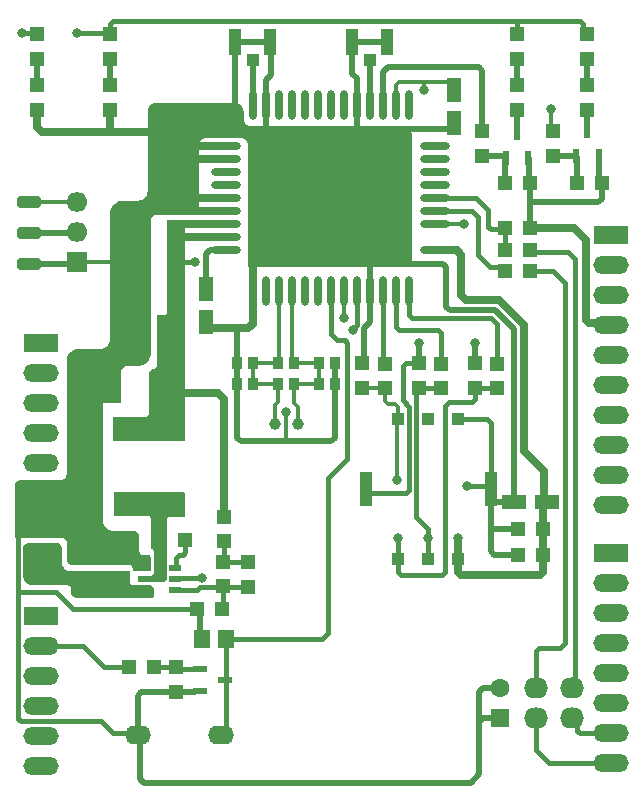
<source format=gbr>
G04*
G04 #@! TF.GenerationSoftware,Altium Limited,Altium Designer,24.2.2 (26)*
G04*
G04 Layer_Physical_Order=1*
G04 Layer_Color=255*
%FSLAX44Y44*%
%MOMM*%
G71*
G04*
G04 #@! TF.SameCoordinates,D4777117-7EC2-4350-9FDB-5EFC8E967FA0*
G04*
G04*
G04 #@! TF.FilePolarity,Positive*
G04*
G01*
G75*
%ADD15C,0.3000*%
%ADD21R,1.0000X0.5500*%
%ADD22R,1.0000X0.5500*%
%ADD23O,2.2000X1.6000*%
%ADD24R,1.3000X0.6000*%
%ADD25R,0.6000X1.3000*%
%ADD26O,2.5000X0.7000*%
%ADD27O,0.7000X2.5000*%
%ADD28R,6.0000X2.0000*%
%ADD29R,1.0000X1.1000*%
%ADD30R,1.0000X3.0000*%
%ADD31R,1.0000X1.0500*%
%ADD32R,1.0500X2.2000*%
%ADD33R,1.2000X1.2000*%
%ADD34R,1.2000X2.0000*%
%ADD35R,2.0000X1.2000*%
%ADD36R,2.6000X2.2000*%
%ADD37R,2.2000X2.0000*%
%ADD38R,1.2000X1.2000*%
G04:AMPARAMS|DCode=39|XSize=1mm|YSize=2mm|CornerRadius=0.25mm|HoleSize=0mm|Usage=FLASHONLY|Rotation=90.000|XOffset=0mm|YOffset=0mm|HoleType=Round|Shape=RoundedRectangle|*
%AMROUNDEDRECTD39*
21,1,1.0000,1.5000,0,0,90.0*
21,1,0.5000,2.0000,0,0,90.0*
1,1,0.5000,0.7500,0.2500*
1,1,0.5000,0.7500,-0.2500*
1,1,0.5000,-0.7500,-0.2500*
1,1,0.5000,-0.7500,0.2500*
%
%ADD39ROUNDEDRECTD39*%
%ADD40R,0.9000X1.0000*%
%ADD41R,1.8000X1.3000*%
%ADD42R,1.4000X1.5000*%
%ADD43R,1.3000X1.8000*%
%ADD76C,0.5000*%
%ADD77C,0.4000*%
%ADD78C,0.7000*%
%ADD79O,2.0320X1.7780*%
%ADD80O,3.0000X1.5000*%
%ADD81R,3.0000X1.5000*%
%ADD82R,1.7780X1.6510*%
%ADD83O,1.7780X1.6510*%
%ADD84C,1.0000*%
%ADD85C,1.6000*%
%ADD86R,1.6000X1.6000*%
%ADD87C,0.8000*%
G36*
X120650Y613410D02*
X187960Y613410D01*
X187960Y613410D01*
X188710Y613410D01*
X190183Y613117D01*
X191569Y612543D01*
X192817Y611709D01*
X193879Y610647D01*
X194713Y609399D01*
X195287Y608013D01*
X195580Y606540D01*
X195580Y605790D01*
X195580Y599440D01*
X195678Y598449D01*
X196436Y596618D01*
X197838Y595216D01*
X199669Y594458D01*
X200660Y594360D01*
X330200D01*
X330200Y594360D01*
X330950Y594360D01*
X332423Y594067D01*
X333809Y593493D01*
X335057Y592659D01*
X336119Y591597D01*
X336953Y590349D01*
X337527Y588963D01*
X337820Y587490D01*
X337820Y586740D01*
Y474980D01*
X199390D01*
Y577850D01*
X199389Y577850D01*
X199268Y579089D01*
X198320Y581378D01*
X196568Y583130D01*
X194279Y584078D01*
X193040Y584200D01*
X163830Y584200D01*
Y584200D01*
X162591Y584078D01*
X160302Y583130D01*
X158550Y581378D01*
X157602Y579089D01*
X157480Y577850D01*
X157480Y518891D01*
X121381D01*
X121380Y518890D01*
X120495Y518803D01*
X118858Y518125D01*
X117605Y516873D01*
X116927Y515236D01*
X116840Y514350D01*
Y401320D01*
X116840Y401320D01*
X116840Y400319D01*
X116449Y398356D01*
X115683Y396507D01*
X114572Y394843D01*
X113156Y393428D01*
X111493Y392316D01*
X109643Y391550D01*
X107681Y391160D01*
X106680Y391160D01*
X96520D01*
X96519Y391160D01*
X95529Y391062D01*
X93698Y390304D01*
X92296Y388903D01*
X91538Y387072D01*
X91440Y386081D01*
Y360680D01*
X78740Y360680D01*
X78740Y360680D01*
X78244Y360631D01*
X77329Y360252D01*
X76628Y359552D01*
X76249Y358636D01*
X76200Y358141D01*
Y260349D01*
Y260348D01*
X76243Y259477D01*
X76583Y257768D01*
X77250Y256158D01*
X78218Y254709D01*
X79450Y253477D01*
X80899Y252509D01*
X82509Y251842D01*
X84219Y251503D01*
X85090Y251460D01*
X102870D01*
X102870Y251460D01*
X103628Y251460D01*
X105028Y250880D01*
X106100Y249809D01*
X106680Y248408D01*
X106680Y247650D01*
X106680Y234948D01*
Y234948D01*
X106753Y234205D01*
X107322Y232831D01*
X108373Y231781D01*
X109747Y231213D01*
X110490Y231140D01*
X114300D01*
X114300Y231140D01*
X114805Y231140D01*
X115739Y230754D01*
X116454Y230039D01*
X116840Y229105D01*
X116840Y228600D01*
X116840Y217170D01*
X104139D01*
X103634Y217170D01*
X102701Y217557D01*
X101986Y218271D01*
X101600Y219205D01*
X101600Y219710D01*
X101600Y219710D01*
X101551Y220205D01*
X101172Y221121D01*
X100471Y221822D01*
X99556Y222201D01*
X99060Y222250D01*
X50800Y222250D01*
X50799D01*
X49789Y222250D01*
X47922Y223023D01*
X46493Y224452D01*
X45720Y226320D01*
X45720Y227330D01*
X45720Y241300D01*
X45717Y241300D01*
X45644Y242043D01*
X45077Y243416D01*
X44026Y244468D01*
X42653Y245037D01*
X41910Y245110D01*
X10160Y245110D01*
X2121D01*
Y290411D01*
X2121Y291252D01*
X2764Y292807D01*
X3954Y293996D01*
X5509Y294640D01*
X6350Y294640D01*
X39370Y294640D01*
X39370D01*
X40609Y294762D01*
X42899Y295709D01*
X44651Y297461D01*
X45598Y299751D01*
X45720Y300990D01*
X45720Y396243D01*
X45720Y397118D01*
X46062Y398836D01*
X46732Y400453D01*
X47705Y401909D01*
X48943Y403147D01*
X50399Y404120D01*
X52017Y404789D01*
X53734Y405130D01*
X54610Y405130D01*
X72390Y405130D01*
X72390D01*
X73386Y405179D01*
X75340Y405567D01*
X77180Y406329D01*
X78836Y407435D01*
X80245Y408844D01*
X81351Y410500D01*
X82113Y412340D01*
X82501Y414294D01*
X82550Y415290D01*
X82550Y520700D01*
D01*
Y520700D01*
Y520700D01*
X82550Y521701D01*
X82940Y523664D01*
X83706Y525513D01*
X84818Y527177D01*
X86233Y528592D01*
X87897Y529704D01*
X89746Y530470D01*
X91709Y530860D01*
X92710Y530860D01*
X105410Y530860D01*
X105410D01*
X106281Y530903D01*
X107991Y531242D01*
X109601Y531909D01*
X111050Y532878D01*
X112282Y534110D01*
X113251Y535559D01*
X113918Y537169D01*
X114257Y538879D01*
X114300Y539750D01*
X114300Y586740D01*
Y607060D01*
X114300Y608323D01*
X115267Y610657D01*
X117053Y612444D01*
X119387Y613410D01*
X120650Y613410D01*
D02*
G37*
G36*
X146050Y327660D02*
X85090D01*
Y347980D01*
X111760D01*
X112503Y348053D01*
X113877Y348622D01*
X114928Y349673D01*
X115497Y351047D01*
X115570Y351790D01*
Y384810D01*
X115570Y385568D01*
X116150Y386968D01*
X117222Y388040D01*
X118622Y388620D01*
X119380Y388620D01*
Y388620D01*
X119875Y388669D01*
X120791Y389048D01*
X121492Y389749D01*
X121871Y390664D01*
X121920Y391160D01*
X121920Y391160D01*
Y434340D01*
X128270D01*
X128765Y434389D01*
X129681Y434768D01*
X130382Y435469D01*
X130761Y436384D01*
X130810Y436880D01*
X130810Y436880D01*
Y514937D01*
X146050D01*
Y327660D01*
D02*
G37*
G36*
X13970Y241300D02*
X36830Y241300D01*
X36830Y241300D01*
X37840Y241300D01*
X39708Y240527D01*
X41137Y239098D01*
X41910Y237230D01*
X41910Y236220D01*
X41910Y223520D01*
X42032Y222281D01*
X42980Y219992D01*
X44732Y218240D01*
X47021Y217292D01*
X48260Y217170D01*
X99060Y217170D01*
X99060Y208280D01*
Y208280D01*
X99109Y207784D01*
X99488Y206868D01*
X100189Y206168D01*
X101104Y205789D01*
X101600Y205740D01*
X115570D01*
X115570Y205740D01*
X116328Y205740D01*
X117728Y205160D01*
X118800Y204088D01*
X119380Y202688D01*
X119380Y201930D01*
X119380Y196850D01*
X119380Y196850D01*
X119380Y196344D01*
X118993Y195411D01*
X118279Y194697D01*
X117345Y194310D01*
X116840Y194310D01*
X54610D01*
X54610Y194310D01*
X53599Y194310D01*
X51732Y195083D01*
X50303Y196512D01*
X49530Y198379D01*
X49530Y199390D01*
X49530Y201930D01*
X49530Y201930D01*
X49457Y202673D01*
X48888Y204046D01*
X47837Y205098D01*
X46463Y205667D01*
X45720Y205740D01*
X16510Y205740D01*
X16510D01*
X15760Y205740D01*
X14287Y206033D01*
X12901Y206607D01*
X11652Y207441D01*
X10591Y208502D01*
X9757Y209750D01*
X9183Y211137D01*
X8890Y212609D01*
X8890Y213360D01*
X8890Y236220D01*
D01*
Y236220D01*
Y236220D01*
X8890Y237230D01*
X9663Y239098D01*
X11092Y240527D01*
X12959Y241300D01*
X13970Y241300D01*
D02*
G37*
G36*
X121920Y283210D02*
X146050D01*
Y262890D01*
X132079Y262889D01*
X131697Y262852D01*
X130990Y262559D01*
X130449Y262018D01*
X130156Y261311D01*
X130119Y260928D01*
X130119Y236220D01*
Y211399D01*
X130119Y211399D01*
X130119Y210778D01*
X129644Y209632D01*
X128766Y208755D01*
X127620Y208280D01*
X127000Y208280D01*
X106680D01*
Y213360D01*
X116840D01*
X117336Y213409D01*
X118251Y213788D01*
X118952Y214489D01*
X119331Y215404D01*
X119380Y215900D01*
Y233680D01*
X119380Y233680D01*
X119331Y234176D01*
X118952Y235091D01*
X118251Y235792D01*
X117336Y236171D01*
X116840Y236220D01*
X116840Y261620D01*
X116840Y261620D01*
X116791Y262115D01*
X116412Y263031D01*
X115711Y263732D01*
X114796Y264111D01*
X114300Y264160D01*
X86360Y264160D01*
Y283657D01*
X121920D01*
Y283210D01*
D02*
G37*
%LPC*%
G36*
X45720Y396243D02*
Y396243D01*
D01*
Y396243D01*
D02*
G37*
%LPD*%
D15*
X347830Y631580D02*
X368880D01*
X326780D02*
X347830D01*
Y624990D02*
Y631580D01*
Y624990D02*
X347980Y624840D01*
X324240Y629040D02*
X326780Y631580D01*
X324240Y612400D02*
Y629040D01*
X368880Y631580D02*
X373380Y627080D01*
Y624870D02*
Y627080D01*
X13970Y529590D02*
X54610D01*
X54610Y478790D02*
X108690D01*
X54610Y478790D02*
X54610Y478790D01*
X325120Y344750D02*
X326390Y346020D01*
X325120Y294640D02*
Y344750D01*
X280288Y431849D02*
Y454400D01*
X280240D02*
X280288D01*
X455564Y591596D02*
X457200Y589960D01*
X455564Y591596D02*
Y608717D01*
X381883Y511400D02*
X381922Y511360D01*
X357740Y511400D02*
X381883D01*
X280240Y431897D02*
X280288Y431849D01*
X231140Y327379D02*
Y351790D01*
Y327379D02*
X231340Y327179D01*
X259080Y375920D02*
Y393700D01*
X203600Y375920D02*
Y393700D01*
X236240Y395550D02*
X238090Y393700D01*
X236240Y395550D02*
Y454400D01*
X224590Y393700D02*
X225240Y394350D01*
Y454400D01*
X224790Y360680D02*
Y375720D01*
X224590Y375920D02*
X224790Y375720D01*
X222250Y358140D02*
X224790Y360680D01*
X222250Y341630D02*
Y358140D01*
X238090Y359577D02*
X241300Y356367D01*
Y341630D02*
Y356367D01*
X238090Y359577D02*
Y375920D01*
Y393700D02*
X259080D01*
X238090Y375920D02*
X259080D01*
X203600D02*
X224590D01*
X203600Y393700D02*
X224590D01*
X314960Y361610D02*
Y372110D01*
Y361610D02*
X317755Y358815D01*
X323595D01*
X326390Y356020D01*
Y346020D02*
Y356020D01*
X314284Y372786D02*
X314960Y372110D01*
X295910Y372786D02*
X314284D01*
D21*
X137460Y210820D02*
D03*
Y201320D02*
D03*
X111460D02*
D03*
Y210820D02*
D03*
X137460Y220320D02*
D03*
D22*
X111460Y220320D02*
D03*
D23*
X105970Y78740D02*
D03*
X175970D02*
D03*
D24*
X179750Y125120D02*
D03*
X158750Y115620D02*
D03*
Y134620D02*
D03*
D25*
X426720Y588350D02*
D03*
X436220Y567350D02*
D03*
X417220D02*
D03*
X486410Y589620D02*
D03*
X495910Y568620D02*
D03*
X476910D02*
D03*
D26*
X180740Y489400D02*
D03*
Y500400D02*
D03*
Y511400D02*
D03*
Y522400D02*
D03*
Y533400D02*
D03*
Y544400D02*
D03*
Y555400D02*
D03*
Y566400D02*
D03*
Y577400D02*
D03*
X357740D02*
D03*
Y566400D02*
D03*
Y555400D02*
D03*
Y544400D02*
D03*
Y533400D02*
D03*
Y522400D02*
D03*
Y511400D02*
D03*
Y489400D02*
D03*
D27*
X203240Y612400D02*
D03*
X214240D02*
D03*
X225240D02*
D03*
X236240D02*
D03*
X247240D02*
D03*
X258240D02*
D03*
X269240D02*
D03*
X280240D02*
D03*
X291240D02*
D03*
X302240D02*
D03*
X313240D02*
D03*
X324240D02*
D03*
X335240D02*
D03*
Y454400D02*
D03*
X324240D02*
D03*
X313240D02*
D03*
X302240D02*
D03*
X291240D02*
D03*
X280240D02*
D03*
X269240D02*
D03*
X258240D02*
D03*
X247240D02*
D03*
X236240D02*
D03*
X225240D02*
D03*
X214240D02*
D03*
X203240D02*
D03*
D28*
X115570Y338070D02*
D03*
Y274070D02*
D03*
D29*
X377190Y228020D02*
D03*
X351790D02*
D03*
X326390D02*
D03*
X377190Y346020D02*
D03*
X351790D02*
D03*
X326390D02*
D03*
D30*
X404790Y287020D02*
D03*
X298790D02*
D03*
D31*
X302260Y650240D02*
D03*
X203200Y650240D02*
D03*
D32*
X317010Y665240D02*
D03*
X287510D02*
D03*
X217950Y665240D02*
D03*
X188450D02*
D03*
D33*
X82550Y672170D02*
D03*
Y651170D02*
D03*
X20320Y672170D02*
D03*
Y651170D02*
D03*
X426720Y672170D02*
D03*
Y651170D02*
D03*
X486410Y672170D02*
D03*
Y651170D02*
D03*
X199390Y203876D02*
D03*
Y224876D02*
D03*
X343535Y372786D02*
D03*
Y393786D02*
D03*
X391160Y372786D02*
D03*
Y393786D02*
D03*
X295910Y372786D02*
D03*
Y393786D02*
D03*
X486410Y607650D02*
D03*
Y628650D02*
D03*
X426720Y607650D02*
D03*
Y628650D02*
D03*
X138430Y135890D02*
D03*
Y114890D02*
D03*
X177800Y204470D02*
D03*
Y225470D02*
D03*
X179070Y242570D02*
D03*
Y263570D02*
D03*
X82550Y628650D02*
D03*
Y607650D02*
D03*
X20320Y628650D02*
D03*
Y607650D02*
D03*
X397510Y568960D02*
D03*
X397510Y589960D02*
D03*
X457200Y568960D02*
D03*
Y589960D02*
D03*
X410210Y372110D02*
D03*
Y393110D02*
D03*
X362585Y372110D02*
D03*
Y393110D02*
D03*
X314960Y372110D02*
D03*
Y393110D02*
D03*
D34*
X373380Y596870D02*
D03*
Y624870D02*
D03*
X163830Y427960D02*
D03*
Y455960D02*
D03*
D35*
X104110Y427990D02*
D03*
X132110D02*
D03*
X104110Y403860D02*
D03*
X132110D02*
D03*
X424150Y275590D02*
D03*
X452150D02*
D03*
D36*
X79140Y370840D02*
D03*
X129140D02*
D03*
D37*
X60960Y207250D02*
D03*
Y237250D02*
D03*
D38*
X145374Y243840D02*
D03*
X124374D02*
D03*
X448904Y231140D02*
D03*
X427904D02*
D03*
X448904Y252730D02*
D03*
X427904D02*
D03*
X119330Y135890D02*
D03*
X98330D02*
D03*
X156260Y185420D02*
D03*
X177260D02*
D03*
X416610Y546100D02*
D03*
X437610D02*
D03*
X477570D02*
D03*
X498570D02*
D03*
X416610Y471170D02*
D03*
X437610Y471170D02*
D03*
X416610Y489585D02*
D03*
X437610D02*
D03*
X416610Y508000D02*
D03*
X437610Y508000D02*
D03*
D39*
X13970Y477520D02*
D03*
Y503555D02*
D03*
Y529590D02*
D03*
D40*
X272580Y393700D02*
D03*
X259080D02*
D03*
X203600Y375920D02*
D03*
X190100D02*
D03*
X272580D02*
D03*
X259080D02*
D03*
X203600Y393700D02*
D03*
X190100D02*
D03*
X238090D02*
D03*
X224590D02*
D03*
X238090Y375920D02*
D03*
X224590D02*
D03*
D41*
X90170Y238020D02*
D03*
Y209020D02*
D03*
D42*
X160180Y160020D02*
D03*
X180180D02*
D03*
D43*
X137690Y453390D02*
D03*
X108690Y453390D02*
D03*
X137690Y478790D02*
D03*
X108690D02*
D03*
X137690Y505460D02*
D03*
X108690D02*
D03*
D76*
X397899Y118110D02*
X412750D01*
X394970Y89781D02*
Y115181D01*
X397899Y118110D01*
X107870Y41029D02*
Y78740D01*
X398780Y92710D02*
X412750D01*
X369880Y591820D02*
X373380Y595320D01*
Y596870D01*
X330200Y591820D02*
X369880D01*
X397510Y589960D02*
Y640961D01*
X394581Y643890D02*
X397510Y640961D01*
X53340Y477520D02*
X54610Y478790D01*
X13970Y477520D02*
X53340D01*
X14288Y503872D02*
X54292D01*
X13970Y503555D02*
X14288Y503872D01*
X54292D02*
X54610Y504190D01*
X394970Y45310D02*
Y89781D01*
X397899Y92710D01*
X387760Y38100D02*
X394970Y45310D01*
X110799Y38100D02*
X387760D01*
X105970Y78740D02*
X107870D01*
Y41029D02*
X110799Y38100D01*
X138430Y114890D02*
X154520D01*
X108899D02*
X138430D01*
X105970Y111961D02*
X108899Y114890D01*
X105970Y78740D02*
Y111961D01*
X155250Y115620D02*
X158750D01*
X437610Y529590D02*
X495641D01*
X476740Y568790D02*
X477240Y568290D01*
X457370Y568790D02*
X476740D01*
X457200Y568960D02*
X457370Y568790D01*
X299720Y485140D02*
X302240D01*
X337820Y477520D02*
X364101D01*
X367030Y441229D02*
Y474591D01*
X364101Y477520D02*
X367030Y474591D01*
Y441229D02*
X369959Y438300D01*
X407822D01*
X424150Y275590D02*
Y421972D01*
X407822Y438300D02*
X424150Y421972D01*
X391160Y393786D02*
Y410210D01*
X343853Y411393D02*
X344170Y411710D01*
X343535Y393786D02*
X343853Y394104D01*
Y409893D01*
X313240Y639630D02*
X317500Y643890D01*
X313240Y612400D02*
Y639630D01*
X317500Y643890D02*
X394581D01*
X302240Y454400D02*
Y485140D01*
X291240Y589280D02*
Y612400D01*
Y589280D02*
X292100D01*
X214240Y588010D02*
Y612400D01*
X212090Y588010D02*
X214240D01*
X163830Y455960D02*
Y485896D01*
X166952Y489017D01*
X180357D01*
X180740Y489400D01*
X231340Y327179D02*
X269651D01*
X193029D02*
X231340D01*
X82550Y628650D02*
Y651170D01*
X20320Y628650D02*
Y651170D01*
X188450Y665240D02*
X217950D01*
X437610Y529590D02*
Y546100D01*
Y508000D02*
Y529590D01*
X495641D02*
X498570Y532519D01*
Y546100D01*
X436720Y546990D02*
X437610Y546100D01*
X397510Y568960D02*
X416720D01*
X417220Y568460D01*
Y567350D02*
Y568460D01*
X496410Y548260D02*
Y568120D01*
X495910Y568620D02*
X496410Y568120D01*
Y548260D02*
X498570Y546100D01*
X477240Y546430D02*
Y568290D01*
Y546430D02*
X477570Y546100D01*
X436720Y546990D02*
Y566850D01*
X436220Y567350D02*
X436720Y566850D01*
X416610Y546100D02*
X416915Y546405D01*
Y567045D02*
X417220Y567350D01*
X416915Y546405D02*
Y567045D01*
X426720Y588350D02*
Y607650D01*
X486410Y589620D02*
Y607650D01*
Y628650D02*
Y651170D01*
X426720Y628650D02*
Y651170D01*
X287510Y665240D02*
X317010D01*
X291240Y612400D02*
Y634590D01*
X287510Y638320D02*
X291240Y634590D01*
X287510Y638320D02*
Y665240D01*
X188450Y591040D02*
Y665240D01*
X218440Y637540D02*
Y664750D01*
X217950Y665240D02*
X218440Y664750D01*
X214240Y633340D02*
X218440Y637540D01*
X214240Y612400D02*
Y633340D01*
X302250Y612410D02*
Y650230D01*
X302260Y650240D01*
X302240Y612400D02*
X302250Y612410D01*
X203220Y612420D02*
Y650220D01*
X203200Y650240D02*
X203220Y650220D01*
X190100Y330108D02*
Y375920D01*
X272580Y330108D02*
Y375920D01*
X269651Y327179D02*
X272580Y330108D01*
X190100D02*
X193029Y327179D01*
X190100Y393700D02*
Y419981D01*
X187171Y422910D02*
X190100Y419981D01*
X297180Y395056D02*
Y422910D01*
X295910Y393786D02*
X297180Y395056D01*
X302240Y427970D02*
Y454400D01*
X297180Y422910D02*
X302240Y427970D01*
X295867Y393743D02*
X295910Y393786D01*
X272580Y393700D02*
X272623Y393743D01*
X272580Y375920D02*
Y393700D01*
Y375920D02*
X272580Y375920D01*
X190100D02*
Y393700D01*
X156260Y185420D02*
X158220Y183460D01*
Y161980D02*
Y183460D01*
Y161980D02*
X160180Y160020D01*
X154520Y114890D02*
X155250Y115620D01*
X407290Y275590D02*
X424150D01*
X404790Y278090D02*
X407290Y275590D01*
X404790Y252730D02*
Y278090D01*
Y287020D01*
Y234069D02*
Y252730D01*
X427904D01*
X407719Y231140D02*
X427904D01*
X404790Y234069D02*
X407719Y231140D01*
D77*
X482672Y675909D02*
X486410Y672170D01*
X482672Y675909D02*
Y680917D01*
X480328Y683260D02*
X482672Y680917D01*
X426720Y683260D02*
X480328D01*
X454198Y54610D02*
X506730D01*
X445573Y152400D02*
X463550D01*
X467291Y156141D01*
Y159314D01*
X467360Y159383D01*
Y461010D01*
X457200Y471170D02*
X467360Y461010D01*
X437610Y471170D02*
X457200D01*
X473710Y92710D02*
X477617Y88803D01*
Y82417D02*
X480024Y80010D01*
X477617Y82417D02*
Y88803D01*
X480024Y80010D02*
X506730D01*
X473710Y118110D02*
X476250Y120650D01*
Y481330D01*
X443230Y118110D02*
Y150057D01*
X445573Y152400D01*
X443230Y65578D02*
X454198Y54610D01*
X443230Y65578D02*
Y92710D01*
X469900Y487680D02*
X476250Y481330D01*
X439515Y487680D02*
X469900D01*
X437610Y489585D02*
X439515Y487680D01*
X85160Y79940D02*
X104770D01*
X105970Y78740D01*
X4183Y92513D02*
Y245363D01*
Y92513D02*
X6526Y90170D01*
X74930D01*
X85160Y79940D01*
X180180Y82950D02*
Y125120D01*
X175970Y78740D02*
X180180Y82950D01*
X298790Y286210D02*
X301790Y283210D01*
X332740D01*
X298790Y286210D02*
Y287020D01*
X332740Y283210D02*
X335630Y286100D01*
X330200Y361950D02*
Y391443D01*
X335630Y286100D02*
Y356520D01*
X330200Y361950D02*
X335630Y356520D01*
X332543Y393786D02*
X343535D01*
X330200Y391443D02*
X332543Y393786D01*
X341630Y370881D02*
X343535Y372786D01*
X341630Y262890D02*
X351790Y252730D01*
X341630Y262890D02*
Y370881D01*
X362585Y393110D02*
Y419297D01*
X326583Y421640D02*
X360242D01*
X362585Y419297D01*
X324240Y423983D02*
Y454400D01*
Y423983D02*
X326583Y421640D01*
X337583Y431800D02*
X405130D01*
X410210Y426720D01*
Y393110D02*
Y426720D01*
X335240Y434143D02*
Y454400D01*
Y434143D02*
X337583Y431800D01*
X81586Y673134D02*
X82550Y672170D01*
X54387Y673134D02*
X81586D01*
X153786Y478790D02*
X153848Y478728D01*
X137690Y478790D02*
X153786D01*
X7620Y673100D02*
X19390D01*
X20320Y672170D01*
X291240Y425672D02*
Y454400D01*
X288290Y421640D02*
Y422722D01*
X291240Y425672D01*
X82550Y680917D02*
X84893Y683260D01*
X426720D01*
X82550Y672170D02*
Y680917D01*
X426720Y672170D02*
Y683260D01*
X283210Y312420D02*
Y410407D01*
X266700Y295910D02*
X283210Y312420D01*
X266700Y165100D02*
Y295910D01*
X180180Y125120D02*
Y160020D01*
X261620D02*
X266700Y165100D01*
X180180Y160020D02*
X261620D01*
X269240Y417830D02*
Y454400D01*
X269240Y454400D01*
X269240Y417830D02*
X274320Y412750D01*
X280867D01*
X283210Y410407D01*
X36902Y199318D02*
X50800Y185420D01*
X6526Y199318D02*
X36902D01*
X50800Y185420D02*
X156260D01*
X16630Y257810D02*
X24130D01*
X402250Y289560D02*
X404790Y287020D01*
X384810Y289560D02*
X402250D01*
X59690Y153670D02*
X77470Y135890D01*
X24130Y153670D02*
X59690D01*
X77470Y135890D02*
X98330D01*
X137460Y210820D02*
X137988Y211348D01*
X159492D01*
X160020Y211876D01*
X155852Y201320D02*
X158408Y203876D01*
X177800Y185960D02*
Y203876D01*
X137460Y201320D02*
X155852D01*
X158408Y203876D02*
X177800D01*
Y204470D01*
Y203876D02*
X199390D01*
X177800Y225470D02*
X178394Y224876D01*
X199390D01*
X138430Y135890D02*
X139700Y134620D01*
X158750D01*
X119330Y135890D02*
X138430D01*
X393700Y485140D02*
Y517087D01*
X357740Y522400D02*
X388387D01*
X393700Y517087D01*
Y485140D02*
X403670Y475170D01*
X412610D02*
X416610Y471170D01*
X403670Y475170D02*
X412610D01*
X416610Y489585D02*
Y508000D01*
Y489585D02*
X416610Y489585D01*
X404933Y506730D02*
X415340D01*
X402590Y509073D02*
Y523240D01*
X415340Y506730D02*
X416610Y508000D01*
X402590Y509073D02*
X404933Y506730D01*
X392430Y533400D02*
X402590Y523240D01*
X357740Y533400D02*
X392430D01*
X365760Y216359D02*
Y356870D01*
X328733Y214016D02*
X363417D01*
X326390Y216359D02*
Y228020D01*
X363417Y214016D02*
X365760Y216359D01*
X326390D02*
X328733Y214016D01*
X326390Y228020D02*
Y245110D01*
X351790D02*
Y252730D01*
Y228020D02*
Y245110D01*
X388817Y360680D02*
X391160Y363023D01*
X369570Y360680D02*
X388817D01*
X365760Y356870D02*
X369570Y360680D01*
X391160Y363023D02*
Y372786D01*
X343535D02*
X361909D01*
X362585Y372110D01*
X377190Y346020D02*
X401517D01*
X404790Y287020D02*
Y342747D01*
X401517Y346020D02*
X404790Y342747D01*
X409534Y372786D02*
X410210Y372110D01*
X391160Y372786D02*
X409534D01*
X313240Y394830D02*
X314960Y393110D01*
X313240Y394830D02*
Y454400D01*
X177800Y225470D02*
X179070Y226740D01*
Y242570D01*
X177260Y185420D02*
X177800Y185960D01*
X145374Y243840D02*
X146050Y243164D01*
Y233483D02*
Y243164D01*
X143707Y231140D02*
X146050Y233483D01*
X140773Y231140D02*
X143707D01*
X138430Y228797D02*
X140773Y231140D01*
X138430Y221070D02*
Y228797D01*
X137680Y220320D02*
X138430Y221070D01*
X137460Y220320D02*
X137680D01*
D78*
X375630Y489400D02*
X379730Y485299D01*
Y451141D02*
Y485299D01*
X357740Y489400D02*
X375630D01*
X411480Y447040D02*
X433070Y425450D01*
X383830Y447040D02*
X411480D01*
X379730Y451141D02*
X383830Y447040D01*
X433070Y318770D02*
Y425450D01*
Y318770D02*
X449580Y302260D01*
X203240Y454400D02*
Y492760D01*
X203200D02*
X203240D01*
X137690Y500400D02*
X180740D01*
X137690Y511400D02*
X180740D01*
X81280Y589280D02*
X119380D01*
X24420D02*
X81280D01*
X82550Y590550D01*
Y607650D01*
X20320Y593381D02*
Y607650D01*
Y593381D02*
X24420Y589280D01*
X199140D02*
X203240Y585179D01*
X163830Y425410D02*
Y427960D01*
X187171Y422910D02*
X199140D01*
X166330D02*
X187171D01*
X203240Y427010D02*
Y454400D01*
X163830Y425410D02*
X166330Y422910D01*
X199140D02*
X203240Y427010D01*
X485140Y429649D02*
Y497840D01*
X504817Y427363D02*
X506730Y425450D01*
X487425Y427363D02*
X504817D01*
X485140Y429649D02*
X487425Y427363D01*
X474980Y508000D02*
X485140Y497840D01*
X437610Y508000D02*
X474980D01*
X449580Y278090D02*
Y302260D01*
Y278090D02*
X452080Y275590D01*
X452150D01*
X451404D02*
X452150D01*
X448904Y273090D02*
X451404Y275590D01*
X448904Y252730D02*
Y273090D01*
Y231140D02*
Y252730D01*
Y216297D02*
Y231140D01*
X377190Y228020D02*
Y245110D01*
Y216297D02*
Y228020D01*
X446561Y213954D02*
X448904Y216297D01*
X379533Y213954D02*
X446561D01*
X377190Y216297D02*
X379533Y213954D01*
X140970Y577400D02*
X180740D01*
X140970Y575310D02*
Y577400D01*
X142240Y566400D02*
X180740D01*
X142240Y565150D02*
Y566400D01*
X143510Y533400D02*
Y533400D01*
Y533400D02*
X180740D01*
X149860Y522400D02*
X180740D01*
X149860D02*
Y523240D01*
X173990Y368300D02*
X179070Y363220D01*
Y263570D02*
Y363220D01*
X142240Y368300D02*
X173990D01*
X137690Y500400D02*
Y505460D01*
Y511400D01*
D79*
X473710Y92710D02*
D03*
Y118110D02*
D03*
X443230Y92710D02*
D03*
Y118110D02*
D03*
D80*
X24130Y232410D02*
D03*
Y257810D02*
D03*
Y283210D02*
D03*
Y308610D02*
D03*
Y334010D02*
D03*
Y359410D02*
D03*
Y384810D02*
D03*
X506730Y207010D02*
D03*
Y181610D02*
D03*
Y156210D02*
D03*
Y130810D02*
D03*
Y105410D02*
D03*
Y80010D02*
D03*
Y54610D02*
D03*
X24130Y52070D02*
D03*
Y77470D02*
D03*
Y102870D02*
D03*
Y128270D02*
D03*
Y153670D02*
D03*
X506730Y476250D02*
D03*
Y450850D02*
D03*
Y425450D02*
D03*
Y400050D02*
D03*
Y374650D02*
D03*
Y349250D02*
D03*
Y323850D02*
D03*
Y298450D02*
D03*
Y273050D02*
D03*
D81*
X24130Y410210D02*
D03*
X506730Y232410D02*
D03*
X24130Y179070D02*
D03*
X506730Y501650D02*
D03*
D82*
X54610Y478790D02*
D03*
D83*
Y504190D02*
D03*
Y529590D02*
D03*
D84*
X222250Y341630D02*
D03*
X241300D02*
D03*
D85*
X412750Y118110D02*
D03*
D86*
Y92710D02*
D03*
D87*
X347980Y624840D02*
D03*
X317940Y486190D02*
D03*
X305940D02*
D03*
Y498190D02*
D03*
X329940Y486190D02*
D03*
Y498190D02*
D03*
Y510190D02*
D03*
X293940Y486190D02*
D03*
X317940Y510190D02*
D03*
X293940Y498190D02*
D03*
Y510190D02*
D03*
X305940D02*
D03*
X317940Y498190D02*
D03*
X325120Y294640D02*
D03*
X391160Y410210D02*
D03*
X344170D02*
D03*
X455564Y608717D02*
D03*
X381922Y511360D02*
D03*
X54387Y673134D02*
D03*
X153848Y478728D02*
D03*
X7620Y673100D02*
D03*
X280288Y431849D02*
D03*
X288290Y421640D02*
D03*
X231140Y351790D02*
D03*
X384810Y289560D02*
D03*
X160020Y211876D02*
D03*
X351790Y245110D02*
D03*
X377190D02*
D03*
X326390D02*
D03*
M02*

</source>
